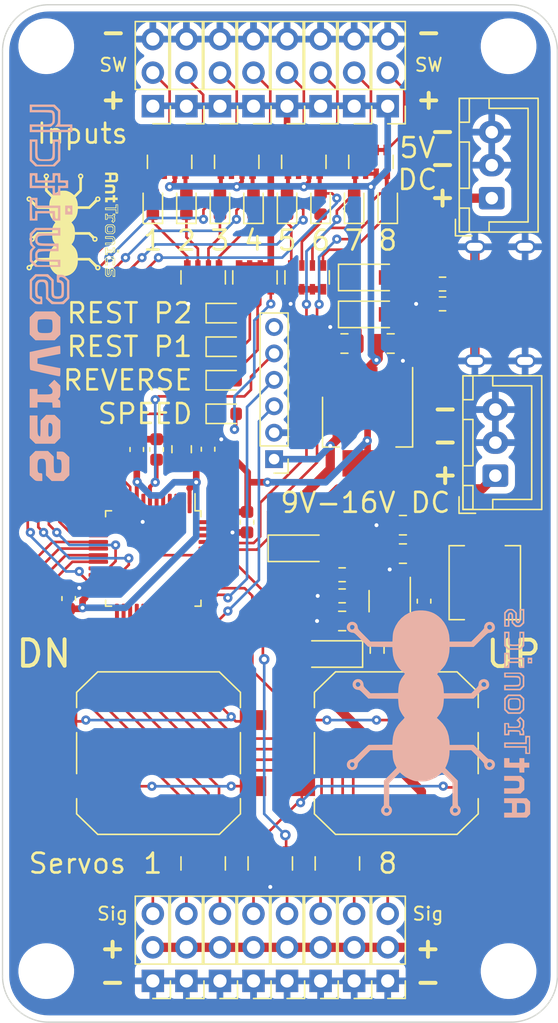
<source format=kicad_pcb>
(kicad_pcb (version 20211014) (generator pcbnew)
  (layers (0 "F.Cu" signal) (31 "B.Cu" signal) (34 "B.Paste" user) (35 "F.Paste" user) (36 "B.SilkS" user "B.Silkscreen") (37 "F.SilkS" user "F.Silkscreen") (38 "B.Mask" user) (39 "F.Mask" user) (44 "Edge.Cuts" user))
  (net 0 "")
  (net 1 "+3V3")
  (net 2 "GND")
  (net 3 "/NRST")
  (net 13 "/SWDIO")
  (net 16 "/SWCLK")
  (net 21 "+5V")
  (net 22 "/LED_DIR")
  (net 23 "/LED_SPD")
  (net 24 "Net-(D3-Pad2)")
  (net 25 "Net-(J7-Pad3)")
  (net 26 "Net-(J9-Pad3)")
  (net 27 "Net-(J13-Pad3)")
  (net 28 "Net-(D1-Pad2)")
  (net 29 "Net-(D4-Pad2)")
  (net 30 "Net-(RN1-Pad1)")
  (net 31 "/SW_UP")
  (net 32 "/SW_DN")
  (net 33 "Net-(RN1-Pad4)")
  (net 34 "Net-(D9-Pad1)")
  (net 35 "Net-(D10-Pad1)")
  (net 36 "Net-(D11-Pad1)")
  (net 37 "Net-(D12-Pad1)")
  (net 38 "Net-(J11-Pad3)")
  (net 39 "Net-(J15-Pad3)")
  (net 40 "/VBUS")
  (net 41 "Net-(J17-Pad3)")
  (net 42 "+VDC")
  (net 43 "/Servo5")
  (net 44 "/Servo6")
  (net 45 "/Servo7")
  (net 46 "/Servo8")
  (net 47 "/Servo1")
  (net 48 "/Servo2")
  (net 49 "/Servo3")
  (net 50 "/Servo4")
  (net 52 "Net-(RN1-Pad3)")
  (net 53 "/SW1")
  (net 54 "/SW2")
  (net 55 "Net-(J6-Pad2)")
  (net 56 "Net-(J8-Pad2)")
  (net 57 "Net-(J10-Pad2)")
  (net 58 "Net-(J12-Pad2)")
  (net 59 "Net-(J14-Pad2)")
  (net 60 "Net-(J16-Pad2)")
  (net 61 "/SW7")
  (net 62 "/SW8")
  (net 63 "/SW4")
  (net 64 "/SW3")
  (net 65 "/SW5")
  (net 66 "/SW6")
  (net 67 "/LED_CCW")
  (net 68 "/LED_CW")
  (net 69 "/boot")
  (net 70 "/sw")
  (net 71 "/fb")
  (net 72 "/vout")
  (net 73 "Net-(D5-Pad2)")
  (net 74 "Net-(D6-Pad2)")
  (net 75 "Net-(D7-Pad2)")
  (net 76 "Net-(D13-Pad1)")
  (net 77 "Net-(D14-Pad1)")
  (net 78 "Net-(D15-Pad1)")
  (net 79 "Net-(D16-Pad1)")
  (net 80 "Net-(J4-PadA5)")
  (net 81 "Net-(J4-PadB5)")
  (net 82 "Net-(J18-Pad2)")
  (net 83 "Net-(J19-Pad3)")
  (net 84 "Net-(J20-Pad2)")
  (net 85 "Net-(J21-Pad3)")
  (net 86 "Net-(R3-Pad2)")
  (footprint "Connector_PinHeader_2.54mm:PinHeader_1x03_P2.54mm_Vertical" (layer "F.Cu") (at 195.58 119.38 180)
    (fp_text reference "J15" hide)
    (fp_text value "ServoOut" hide)
  )
  (footprint "Resistor_SMD:R_Array_Convex_4x0603" (layer "F.Cu") (at 186.69 110.49 -90)
    (fp_text reference "RN5" hide)
    (fp_text value "1k" hide)
  )
  (footprint "Package_QFP:LQFP-48_7x7mm_P0.5mm" (layer "F.Cu") (at 182.913475 87.409477 -90)
    (fp_text reference "U1" hide)
    (fp_text value "STM32F030C8T6TR" hide)
  )
  (footprint "Connector_PinHeader_2.54mm:PinHeader_1x03_P2.54mm_Vertical" (layer "F.Cu") (at 198.12 119.38 180)
    (fp_text reference "J19" hide)
    (fp_text value "ServoOut" hide)
  )
  (footprint "Capacitor_SMD:C_0805_2012Metric" (layer "F.Cu") (at 201.81 87.04 180)
    (fp_text reference "C12" hide)
    (fp_text value "22u" hide)
  )
  (footprint "Resistor_SMD:R_Array_Convex_4x0603" (layer "F.Cu") (at 191.77 110.49 -90)
    (fp_text reference "RN1" hide)
    (fp_text value "1k" hide)
  )
  (footprint "LED_SMD:LED_0603_1608Metric" (layer "F.Cu") (at 188.3975 76.46)
    (fp_text reference "D6" hide)
    (fp_text value "LED_Green" hide)
  )
  (footprint "LED_SMD:LED_0603_1608Metric" (layer "F.Cu") (at 187.96 60.565 90)
    (fp_text reference "D16" hide)
    (fp_text value "LED_Green" hide)
  )
  (footprint "Resistor_SMD:R_Array_Convex_4x0603" (layer "F.Cu") (at 194.56 66.134 -90)
    (fp_text reference "RN7" hide)
    (fp_text value "10k" hide)
  )
  (footprint "Inductor_SMD:L_Sunlord_MWSA0518_5.4x5.2mm" (layer "F.Cu") (at 208.01 89.24 90)
    (fp_text reference "L1" hide)
    (fp_text value "4.7uH" hide)
  )
  (footprint "LED_SMD:LED_0603_1608Metric" (layer "F.Cu") (at 200.66 60.565 90)
    (fp_text reference "D11" hide)
    (fp_text value "LED_Green" hide)
  )
  (footprint "Capacitor_SMD:C_0805_2012Metric" (layer "F.Cu") (at 197.21 92.14 180)
    (fp_text reference "C7" hide)
    (fp_text value "22u" hide)
  )
  (footprint "Diode_SMD:D_SOD-123F" (layer "F.Cu") (at 196.56 94.64 180)
    (fp_text reference "D1" hide)
    (fp_text value "HXY MOSFET K24" hide)
  )
  (footprint "Resistor_SMD:R_0603_1608Metric" (layer "F.Cu") (at 204.81 66.64)
    (fp_text reference "R2" hide)
    (fp_text value "5k1" hide)
  )
  (footprint "Connector_PinHeader_2.54mm:PinHeader_1x03_P2.54mm_Vertical" (layer "F.Cu") (at 182.88 53.18 180)
    (fp_text reference "J8" hide)
    (fp_text value "ServoInputSW" hide)
  )
  (footprint "LED_SMD:LED_0603_1608Metric" (layer "F.Cu") (at 195.58 60.565 90)
    (fp_text reference "D13" hide)
    (fp_text value "LED_Green" hide)
  )
  (footprint "LOGO" (layer "F.Cu") (at 176.81 62.14 -90)
    (fp_text reference "G***" hide)
    (fp_text value "LOGO" hide)
  )
  (footprint "Diode_SMD:D_SOD-123F" (layer "F.Cu") (at 199.136 66.14)
    (fp_text reference "D7" hide)
    (fp_text value "HXY MOSFET K24" hide)
  )
  (footprint "Resistor_SMD:R_0603_1608Metric" (layer "F.Cu") (at 204.81 68.14 180)
    (fp_text reference "R1" hide)
    (fp_text value "5k1" hide)
  )
  (footprint "LED_SMD:LED_0603_1608Metric" (layer "F.Cu") (at 188.3975 71.38)
    (fp_text reference "D4" hide)
    (fp_text value "LED_Green" hide)
  )
  (footprint "Capacitor_SMD:C_0603_1608Metric" (layer "F.Cu") (at 176.51 90.44 90)
    (fp_text reference "C4" hide)
    (fp_text value "100n" hide)
  )
  (footprint "Connector_PinHeader_2.54mm:PinHeader_1x03_P2.54mm_Vertical" (layer "F.Cu") (at 193.04 53.18 180)
    (fp_text reference "J12" hide)
    (fp_text value "ServoInputSW" hide)
  )
  (footprint "Capacitor_SMD:C_0603_1608Metric" (layer "F.Cu") (at 187.06 79.14 90)
    (fp_text reference "C5" hide)
    (fp_text value "100n" hide)
  )
  (footprint "Resistor_SMD:R_0603_1608Metric" (layer "F.Cu") (at 199.86 94.34 90)
    (fp_text reference "R3" hide)
    (fp_text value "200k" hide)
  )
  (footprint "Connector_PinHeader_2.54mm:PinHeader_1x03_P2.54mm_Vertical" (layer "F.Cu") (at 198.12 53.18 180)
    (fp_text reference "J18" hide)
    (fp_text value "ServoInputSW" hide)
  )
  (footprint "Connector_PinHeader_2.54mm:PinHeader_1x03_P2.54mm_Vertical" (layer "F.Cu") (at 185.42 53.18 180)
    (fp_text reference "J6" hide)
    (fp_text value "ServoInputSW" hide)
  )
  (footprint "Connector_PinHeader_2.54mm:PinHeader_1x03_P2.54mm_Vertical" (layer "F.Cu") (at 187.96 119.38 180)
    (fp_text reference "J21" hide)
    (fp_text value "ServoOut" hide)
  )
  (footprint "ant:SW_Push_1P1T_NO_CK_PTS125Sx43PSMTR" (layer "F.Cu") (at 183.31 102.14)
    (fp_text reference "SW2" hide)
    (fp_text value "Push Button NO 12mm SMD" hide)
  )
  (footprint "Resistor_SMD:R_Array_Convex_4x0603" (layer "F.Cu") (at 199.39 57.39 -90)
    (fp_text reference "RN6" hide)
    (fp_text value "1k" hide)
  )
  (footprint "Resistor_SMD:R_Array_Convex_4x0603" (layer "F.Cu") (at 186.69 66.134 -90)
    (fp_text reference "RN4" hide)
    (fp_text value "10k" hide)
  )
  (footprint "LED_SMD:LED_0603_1608Metric" (layer "F.Cu") (at 182.88 60.565 90)
    (fp_text reference "D10" hide)
    (fp_text value "LED_Green" hide)
  )
  (footprint "Resistor_SMD:R_Array_Convex_4x0603" (layer "F.Cu") (at 194.31 57.39 -90)
    (fp_text reference "RN9" hide)
    (fp_text value "1k" hide)
  )
  (footprint "Diode_SMD:D_SOD-123F" (layer "F.Cu") (at 193.81 86.64)
    (fp_text reference "D8" hide)
    (fp_text value "HXY MOSFET K24" hide)
  )
  (footprint "LED_SMD:LED_0603_1608Metric" (layer "F.Cu") (at 193.04 60.565 90)
    (fp_text reference "D12" hide)
    (fp_text value "LED_Green" hide)
  )
  (footprint "LED_SMD:LED_0603_1608Metric" (layer "F.Cu") (at 188.3975 68.84)
    (fp_text reference "D3" hide)
    (fp_text value "LED_Green" hide)
  )
  (footprint "ant:SW_Push_1P1T_NO_CK_PTS125Sx43PSMTR" (layer "F.Cu") (at 201.31 102.14)
    (fp_text reference "SW1" hide)
    (fp_text value "Push Button NO 12mm SMD" hide)
  )
  (footprint "Connector_PinHeader_2.54mm:PinHeader_1x03_P2.54mm_Vertical" (layer "F.Cu") (at 193.04 119.38 180)
    (fp_text reference "J13" hide)
    (fp_text value "ServoOut" hide)
  )
  (footprint "Capacitor_SMD:C_0603_1608Metric" (layer "F.Cu") (at 181.663475 79.159477 90)
    (fp_text reference "C2" hide)
    (fp_text value "100n" hide)
  )
  (footprint "MountingHole:MountingHole_3.2mm_M3" (layer "F.Cu") (at 209.81 48.64 180)
    (fp_text reference "H2" hide)
    (fp_text value "MountingHole" hide)
  )
  (footprint "Resistor_SMD:R_Array_Convex_4x0603" (layer "F.Cu") (at 189.23 57.39 -90)
    (fp_text reference "RN10" hide)
    (fp_text value "1k" hide)
  )
  (footprint "MountingHole:MountingHole_3.2mm_M3" (layer "F.Cu") (at 209.81 118.64 180)
    (fp_text reference "H1" hide)
    (fp_text value "MountingHole" hide)
  )
  (footprint "Capacitor_SMD:C_0603_1608Metric" (layer "F.Cu") (at 183.163475 79.159477 90)
    (fp_text reference "C3" hide)
    (fp_text value "100n" hide)
  )
  (footprint "Capacitor_SMD:C_0805_2012Metric" (layer "F.Cu") (at 201.81 84.89 180)
    (fp_text reference "C10" hide)
    (fp_text value "22u" hide)
  )
  (footprint "Connector_PinHeader_2.54mm:PinHeader_1x03_P2.54mm_Vertical" (layer "F.Cu") (at 185.42 119.38 180)
    (fp_text reference "J7" hide)
    (fp_text value "ServoOut" hide)
  )
  (footprint "Capacitor_SMD:C_0603_1608Metric" (layer "F.Cu") (at 190.01 84.659477 -90)
    (fp_text reference "C6" hide)
    (fp_text value "100n" hide)
  )
  (footprint "Connector_PinHeader_2.00mm:PinHeader_1x06_P2.00mm_Vertical" (layer "F.Cu") (at 192.06 79.89 180)
    (fp_text reference "J1" hide)
    (fp_text value "Conn_01x06_Male")
  )
  (footprint "Package_TO_SOT_SMD:SOT-23-6" (layer "F.Cu") (at 200.81 90.64 -90)
    (fp_text reference "U2" hide)
    (fp_text value "EA8212FT6R" hide)
  )
  (footprint "LED_SMD:LED_0603_1608Metric" (layer "F.Cu") (at 198.12 60.565 90)
    (fp_text reference "D15" hide)
    (fp_text value "LED_Green" hide)
  )
  (footprint "LED_SMD:LED_0603_1608Metric" (layer "F.Cu") (at 185.42 60.565 90)
    (fp_text reference "D9" hide)
    (fp_text value "LED_Green" hide)
  )
  (footprint "Diode_SMD:D_SOD-123F" (layer "F.Cu") (at 199.136 68.934)
    (fp_text reference "D2" hide)
    (fp_text value "HXY MOSFET K24" hide)
  )
  (footprint "LED_SMD:LED_0603_1608Metric" (layer "F.Cu") (at 190.5 60.565 90)
    (fp_text reference "D14" hide)
    (fp_text value "LED_Green" hide)
  )
  (footprint "Resistor_SMD:R_Array_Convex_4x0603" (layer "F.Cu") (at 196.85 110.49 -90)
    (fp_text reference "RN8" hide)
    (fp_text value "1k" hide)
  )
  (footprint "Connector_JST:JST_XH_B3B-XH-A_1x03_P2.50mm_Vertical" (layer "F.Cu") (at 208.535 60.14 90)
    (fp_text reference "J5" hide)
    (fp_text value "5V IN" hide)
  )
  (footprint "Capacitor_SMD:C_0603_1608Metric" (layer "F.Cu") (at 203.41 90.64 -90)
    (fp_text reference "C8" hide)
    (fp_text value "100n" hide)
  )
  (footprint "Capacitor_SMD:C_0805_2012Metric" (layer "F.Cu") (at 197.386 71.14 180)
    (fp_text reference "C9" hide)
    (fp_text value "22u" hide)
  )
  (footprint "Resistor_SMD:R_Array_Convex_4x0603" (layer "F.Cu") (at 190.61 66.134 -90)
    (fp_text reference "RN2" hide)
    (fp_text value "10k" hide)
  )
  (footprint "Resistor_SMD:R_Array_Convex_4x0603" (layer "F.Cu") (at 184.15 57.39 -90)
    (fp_text reference "RN3" hide)
    (fp_text value "1k" hide)
  )
  (footprint "Connector_PinHeader_2.54mm:PinHeader_1x03_P2.54mm_Vertical" (layer "F.Cu") (at 195.58 53.18 180)
    (fp_text reference "J14" hide)
    (fp_text value "ServoInputSW" hide)
  )
  (footprint "Connector_PinHeader_2.54mm:PinHeader_1x03_P2.54mm_Vertical" (layer "F.Cu") (at 200.66 53.18 180)
    (fp_text reference "J10" hide)
    (fp_text value "ServoInputSW" hide)
  )
  (footprint "Connector_PinHeader_2.54mm:PinHeader_1x03_P2.54mm_Vertical" (layer "F.Cu") (at 200.66 119.38 180)
    (fp_text reference "J11" hide)
    (fp_text value "ServoOut" hide)
  )
  (footprint "MountingHole:MountingHole_3.2mm_M3" (layer "F.Cu") (at 174.81 118.64 180)
    (fp_text reference "H3" hide)
    (fp_text value "MountingHole" hide)
  )
  (footprint "Package_TO_SOT_SMD:SOT-223-3_TabPin2" (layer "F.Cu") (at 199.136 77.062 -90)
    (fp_text reference "U3" hide)
    (fp_text value "AMS1117-3.3" hide)
  )
  (footprint "Resistor_SMD:R_0603_1608Metric" (layer "F.Cu") (at 197.21 90.24 180)
    (fp_text reference "R5" hide)
    (fp_text value "27k" hide)
  )
  (footprint "Capacitor_SMD:C_0805_2012Metric" (layer "F.Cu") (at 185.06 79.14 90)
    (fp_text reference "C1" hide)
    (fp_text value "22u" hide)
  )
  (footprint "Connector_PinHeader_2.54mm:PinHeader_1x03_P2.54mm_Vertical" (layer "F.Cu") (at 190.5 119.38 180)
    (fp_text reference "J17" hide)
    (fp_text value "ServoOut" hide)
  )
  (footprint "Connector_PinHeader_2.54mm:PinHeader_1x03_P2.54mm_Vertical" (layer "F.Cu") (at 187.96 53.18 180)
    (fp_text reference "J20" hide)
    (fp_text value "ServoInputSW" hide)
  )
  (footprint "Resistor_SMD:R_0603_1608Metric" (layer "F.Cu") (at 197.21 88.64)
    (fp_text reference "R4" hide)
    (fp_text value "200k" hide)
  )
  (footprint "Connector_JST:JST_XH_B3B-XH-A_1x03_P2.50mm_Vertical" (layer "F.Cu") (at 208.81 81.14 90)
    (fp_text reference "J3" hide)
    (fp_text value "6V-15V IN" hide)
  )
  (footprint "USB-C-Power-tester:TYPE-C-31-M-17" (layer "F.Cu") (at 211.06 68.14 90)
    (fp_text reference "J4" hide)
    (fp_text value "USB_C_Receptacle_USB2.0" hide)
  )
  (footprint "Connector_PinHeader_2.54mm:PinHeader_1x03_P2.54mm_Vertical" (layer "F.Cu") (at 182.88 119.38 180)
    (fp_text reference "J9" hide)
    (fp_text value "ServoOut" hide)
  )
  (footprint "MountingHole:MountingHole_3.2mm_M3" (layer "F.Cu") (at 174.81 48.64 180)
    (fp_text reference "H4" hide)
    (fp_text value "MountingHole" hide)
  )
  (footprint "Connector_PinHeader_2.54mm:PinHeader_1x03_P2.54mm_Vertical" (layer "F.Cu") (at 190.5 53.18 180)
    (fp_text reference "J16" hide)
    (fp_text value "ServoInputSW" hide)
  )
  (footprint "Capacitor_SMD:C_0805_2012Metric" (layer "F.Cu") (at 200.886 71.14)
    (fp_text reference "C13" hide)
    (fp_text value "22u" hide)
  )
  (footprint "LED_SMD:LED_0603_1608Metric" (layer "F.Cu") (at 188.3975 73.92)
    (fp_text reference "D5" hide)
    (fp_text value "LED_Green" hide)
  )
  (footprint "LOGO" (layer "B.Cu") (at 175.06 67.39 90)
    (fp_text reference "G***" hide)
    (fp_text value "LOGO" hide)
  )
  (footprint "LOGO" (layer "B.Cu") (at 204.56 99.14 90)
    (fp_text reference "G***" hide)
    (fp_text value "LOGO" hide)
  )
  (gr_arc (start 171.5 49) (mid 172.525126 46.525126) (end 175 45.5) (layer "Edge.Cuts") (width 0.1))
  (gr_arc (start 175 122.5) (mid 172.525126 121.474874) (end 171.5 119) (layer "Edge.Cuts") (width 0.1))
  (gr_line (start 175 45.5) (end 210 45.5) (layer "Edge.Cuts") (width 0.1))
  (gr_line (start 213.5 49) (end 213.5 119) (layer "Edge.Cuts") (width 0.1))
  (gr_line (start 210 122.5) (end 175 122.5) (layer "Edge.Cuts") (width 0.1))
  (gr_arc (start 213.5 119) (mid 212.474874 121.474874) (end 210 122.5) (layer "Edge.Cuts") (width 0.1))
  (gr_line (start 171.5 119) (end 171.5 49) (layer "Edge.Cuts") (width 0.1))
  (gr_arc (start 210 45.5) (mid 212.474874 46.525126) (end 213.5 49) (layer "Edge.Cuts") (width 0.1))
  (gr_text "+" (at 203.762 52.846 180) (layer "F.SilkS") (effects (font (size 1.5 1.5) (thickness 0.3))))
  (gr_text "3" (at 187.96 63.34) (layer "F.SilkS") (effects (font (size 1.5 1.5) (thickness 0.2))))
  (gr_text "5V\nDC\n" (at 202.91 57.54) (layer "F.SilkS") (effects (font (size 1.5 1.5) (thickness 0.2))))
  (gr_text "8" (at 200.66 63.34) (layer "F.SilkS") (effects (font (size 1.5 1.5) (thickness 0.2))))
  (gr_text "REVERSE" (at 186 73.92) (layer "F.SilkS") (effects (font (size 1.5 1.5) (thickness 0.2)) (justify right)))
  (gr_text "-" (at 179.886 47.766 180) (layer "F.SilkS") (effects (font (size 1.5 1.5) (thickness 0.3))))
  (gr_text "+" (at 179.886 52.846 180) (layer "F.SilkS") (effects (font (size 1.5 1.5) (thickness 0.3))))
  (gr_text "Sig" (at 179.832 114.3) (layer "F.SilkS") (effects (font (size 1 1))))
  (gr_text "6" (at 195.58 63.34) (layer "F.SilkS") (effects (font (size 1.5 1.5) (thickness 0.2))))
  (gr_text "4" (at 190.5 63.34) (layer "F.SilkS") (effects (font (size 1.5 1.5) (thickness 0.2))))
  (gr_text "-" (at 205.01 76.24 180) (layer "F.SilkS") (effects (font (size 1.5 1.5) (thickness 0.3))))
  (gr_text "-" (at 179.832 119.634 180) (layer "F.SilkS") (effects (font (size 1.5 1.5) (thickness 0.3))))
  (gr_text "DN" (at 174.625 94.615) (layer "F.SilkS") (effects (font (size 2 2) (thickness 0.3))))
  (gr_text "-" (at 203.762 47.766 180) (layer "F.SilkS") (effects (font (size 1.5 1.5) (thickness 0.3))))
  (gr_text "Sig" (at 203.708 114.3) (layer "F.SilkS") (effects (font (size 1 1))))
  (gr_text "SW" (at 179.886 50.052) (layer "F.SilkS") (effects (font (size 1 1))))
  (gr_text "8" (at 200.66 110.49) (layer "F.SilkS") (effects (font (size 1.5 1.5) (thickness 0.2))))
  (gr_text "-" (at 205.01 78.74 180) (layer "F.SilkS") (effects (font (size 1.5 1.5) (thickness 0.3))))
  (gr_text "1" (at 182.88 110.49) (layer "F.SilkS") (effects (font (size 1.5 1.5) (thickness 0.2))))
  (gr_text "UP" (at 210.185 94.64) (layer "F.SilkS") (effects (font (size 2 2) (thickness 0.3))))
  (gr_text "-" (at 204.81 55.24 180) (layer "F.SilkS") (effects (font (size 1.5 1.5) (thickness 0.3))))
  (gr_text "2" (at 185.42 63.34) (layer "F.SilkS") (effects (font (size 1.5 1.5) (thickness 0.2))))
  (gr_text "+" (at 179.832 117.094 180) (layer "F.SilkS") (effects (font (size 1.5 1.5) (thickness 0.3))))
  (gr_text "SPEED" (at 186 76.46) (layer "F.SilkS") (effects (font (size 1.5 1.5) (thickness 0.2)) (justify right)))
  (gr_text "Inputs" (at 173.99 55.245) (layer "F.SilkS") (effects (font (size 1.5 1.5) (thickness 0.2)) (justify left)))
  (gr_text "REST P2" (at 186 68.84) (layer "F.SilkS") (effects (font (size 1.5 1.5) (thickness 0.2)) (justify right)))
  (gr_text "5" (at 193.04 63.34) (layer "F.SilkS") (effects (font (size 1.5 1.5) (thickness 0.2))))
  (gr_text "SW" (at 203.762 50.052) (layer "F.SilkS") (effects (font (size 1 1))))
  (gr_text "7" (at 198.12 63.34) (layer "F.SilkS") (effects (font (size 1.5 1.5) (thickness 0.2))))
  (gr_text "-" (at 203.708 119.634 180) (layer "F.SilkS") (effects (font (size 1.5 1.5) (thickness 0.3))))
  (gr_text "+" (at 204.81 60.24 180) (layer "F.SilkS") (effects (font (size 1.5 1.5) (thickness 0.3))))
  (gr_text "1" (at 182.88 63.34) (layer "F.SilkS") (effects (font (size 1.5 1.5) (thickness 0.2))))
  (gr_text "Servos" (at 173.355 110.49) (layer "F.SilkS") (effects (font (size 1.5 1.5) (thickness 0.2)) (justify left)))
  (gr_text "-" (at 204.81 57.74 180) (layer "F.SilkS") (effects (font (size 1.5 1.5) (thickness 0.3))))
  (gr_text "9V-16V DC" (at 192.405 83.185) (layer "F.SilkS") (effects (font (size 1.5 1.5) (thickness 0.2)) (justify left)))
  (gr_text "+" (at 205.01 81.24 180) (layer "F.SilkS") (effects (font (size 1.5 1.5) (thickness 0.3))))
  (gr_text "REST P1" (at 186 71.38) (layer "F.SilkS") (effects (font (size 1.5 1.5) (thickness 0.2)) (justify right)))
  (gr_text "+" (at 203.708 117.094 180) (layer "F.SilkS") (effects (font (size 1.5 1.5) (thickness 0.3))))
  (segment (start 183.75 58.29) (end 184.55 58.29) (width 0.3) (layer "F.Cu") (net 1))
  (segment (start 177.56 90.59) (end 177.76 90.39) (width 0.5) (layer "F.Cu") (net 1))
  (segment (start 184.55 58.876) (end 184.15 59.276) (width 0.3) (layer "F.Cu") (net 1))
  (segment (start 181.693829 81.618541) (end 181.67237 81.64) (width 0.5) (layer "F.Cu") (net 1))
  (segment (start 186.163475 81.64) (end 186.11 81.64) (width 0.5) (layer "F.Cu") (net 1))
  (segment (start 177.56 91.14) (end 177.56 90.59) (width 0.5) (layer "F.Cu") (net 1))
  (segment (start 190.06 81.89) (end 190.06 83.834477) (width 0.5) (layer "F.Cu") (net 1))
  (segment (start 177.56 91.14) (end 177.485 91.215) (width 0.5) (layer "F.Cu") (net 1))
  (segment (start 190.06 83.834477) (end 190.01 83.884477) (width 0.5) (layer "F.Cu") (net 1))
  (segment (start 187.06 79.915) (end 189.085 79.915) (width 0.5) (layer "F.Cu") (net 1))
  (segment (start 188.31 84.39) (end 188.81 83.89) (width 0.5) (layer "F.Cu") (net 1))
  (segment (start 181.663475 79.934477) (end 181.663475 81.588187) (width 0.5) (layer "F.Cu") (net 1))
  (segment (start 199.81 72.39) (end 199.136 73.064) (width 0.7) (layer "F.Cu") (net 1))
  (segment (start 181.67237 81.64) (end 181.663475 81.64) (width 0.5) (layer "F.Cu") (net 1))
  (segment (start 199.11 78.498) (end 199.136 78.472) (width 0.5) (layer "F.Cu") (net 1))
  (segment (start 193.04 53.18) (end 193.04 54.704) (width 0.5) (layer "F.Cu") (net 1))
  (segment (start 185.235 79.915) (end 185.06 80.09) (width 0.5) (layer "F.Cu") (net 1))
  (segment (start 191.56 81.64) (end 190.06 81.64) (width 0.5) (layer "F.Cu") (net 1))
  (segment (start 188.040523 84.659477) (end 187.075975 84.659477) (width 0.3) (layer "F.Cu") (net 1))
  (segment (start 189.085 79.915) (end 190.06 80.89) (width 0.5) (layer "F.Cu") (net 1))
  (segment (start 190.06 80.89) (end 190.06 81.64) (width 0.5) (layer "F.Cu") (net 1))
  (segment (start 187.06 79.915) (end 185.235 79.915) (width 0.5) (layer "F.Cu") (net 1))
  (segment (start 191.654 65.234) (end 189.41 65.234) (width 0.5) (layer "F.Cu") (net 1))
  (segment (start 193.04 54.704) (end 191.81 55.934) (width 0.5) (layer "F.Cu") (net 1))
  (segment (start 199.136 73.064) (end 199.136 73.912) (width 0.7) (layer "F.Cu") (net 1))
  (segment (start 178.750975 90.159477) (end 177.990523 90.159477) (width 0.3) (layer "F.Cu") (net 1))
  (segment (start 181.663475 81.588187) (end 181.693829 81.618541) (width 0.5) (layer "F.Cu") (net 1))
  (segment (start 188.81 83.89) (end 190.06 83.89) (width 0.5) (layer "F.Cu") (net 1))
  (segment (start 186.163475 79.934477) (end 186.163475 81.64) (width 0.5) (layer "F.Cu") (net 1))
  (segment (start 177.990523 90.159477) (end 177.76 90.39) (width 0.3) (layer "F.Cu") (net 1))
  (segment (start 186.163475 79.934477) (end 184.663475 79.934477) (width 0.5) (layer "F.Cu") (net 1))
  (segment (start 185.663475 83.246977) (end 185.663475 82.086525) (width 0.3) (layer "F.Cu") (net 1))
  (segment (start 184.55 58.29) (end 184.55 58.876) (width 0.3) (layer "F.Cu") (net 1))
  (segment (start 199.11 78.498) (end 199.136 78.524) (width 0.5) (layer "F.Cu") (net 1))
  (segment (start 189.63 58.876) (end 189.23 59.276) (width 0.3) (layer "F.Cu") (net 1))
  (segment (start 189.63 58.29) (end 188.83 58.29) (width 0.3) (layer "F.Cu") (net 1))
  (segment (start 199.79 58.29) (end 198.99 58.29) (width 0.3) (layer "F.Cu") (net 1))
  (segment (start 194.71 58.29) (end 194.71 58.876) (width 0.3) (layer "F.Cu") (net 1))
  (segment (start 199.136 78.472) (end 199.136 73.912) (width 0.5) (layer "F.Cu") (net 1))
  (segment (start 199.136 78.524) (end 199.136 80.212) (width 0.5) (layer "F.Cu") (net 1))
  (segment (start 199.79 58.29) (end 199.79 58.876) (width 0.3) (layer "F.Cu") (net 1))
  (segment (start 190.06 81.64) (end 190.06 81.79) (width 0.5) (layer "F.Cu") (net 1))
  (segment (start 199.79 58.876) (end 199.39 59.276) (width 0.3) (layer "F.Cu") (net 1))
  (segment (start 199.936 72.264) (end 199.936 71.14) (width 0.7) (layer "F.Cu") (net 1))
  (segment (start 188.81 83.89) (end 188.040523 84.659477) (width 0.3) (layer "F.Cu") (net 1))
  (segment (start 194.71 58.29) (end 193.91 58.29) (width 0.3) (layer "F.Cu") (net 1))
  (segment (start 186.11 81.64) (end 185.663475 82.086525) (width 0.5) (layer "F.Cu") (net 1))
  (segment (start 191.81 55.934) (end 191.81 65.078) (width 0.5) (layer "F.Cu") (net 1))
  (segment (start 181.663475 83.246977) (end 181.663475 81.64) (width 0.3) (layer "F.Cu") (net 1))
  (segment (start 177.485 91.215) (end 176.51 91.215) (width 0.5) (layer "F.Cu") (net 1))
  (segment (start 199.81 72.39) (end 199.936 72.264) (width 0.7) (layer "F.Cu") (net 1))
  (segment (start 194.71 58.876) (end 194.31 59.276) (width 0.3) (layer "F.Cu") (net 1))
  (segment (start 189.63 58.29) (end 189.63 58.876) (width 0.3) (layer "F.Cu") (net 1))
  (segment (start 191.81 65.078) (end 191.654 65.234) (width 0.5) (layer "F.Cu") (net 1))
  (via (at 199.81 72.39) (size 0.7) (drill 0.3) (layers "F.Cu" "B.Cu") (net 1))
  (via (at 189.23 59.276) (size 0.7) (drill 0.3) (layers "F.Cu" "B.Cu") (net 1))
  (via (at 194.31 59.276) (size 0.7) (drill 0.3) (layers "F.Cu" "B.Cu") (net 1))
  (via (at 177.56 91.14) (size 0.7) (drill 0.3) (layers "F.Cu" "B.Cu") (net 1))
  (via (at 191.56 81.64) (size 0.7) (drill 0.3) (layers "F.Cu" "B.Cu") (net 1))
  (via (at 199.39 59.276) (size 0.7) (drill 0.3) (layers "F.Cu" "B.Cu") (net 1))
  (via (at 186.163475 81.64) (size 0.7) (drill 0.3) (layers "F.Cu" "B.Cu") (net 1))
  (via (at 184.15 59.276) (size 0.7) (drill 0.3) (layers "F.Cu" "B.Cu") (net 1))
  (via (at 181.693829 81.618541) (size 0.7) (drill 0.3) (layers "F.Cu" "B.Cu") (net 1))
  (via (at 199.11 78.498) (size 0.7) (drill 0.3) (layers "F.Cu" "B.Cu") (net 1))
  (segment (start 200.66 53.148) (end 182.88 53.148) (width 0.5) (layer "B.Cu") (net 1))
  (segment (start 180.81 91.14) (end 186.163475 85.786525) (width 0.5) (layer "B.Cu") (net 1))
  (segment (start 177.56 91.14) (end 180.81 91.14) (width 0.5) (layer "B.Cu") (net 1))
  (segment (start 184.15 59.244) (end 199.39 59.244) (width 0.5) (layer "B.Cu") (net 1))
  (segment (start 199.81 72.39) (end 199.39 71.97) (width 0.5) (layer "B.Cu") (net 1))
  (segment (start 183.486738 82.64) (end 182.715288 82.64) (width 0.5) (layer "B.Cu") (net 1))
  (segment (start 195.968 81.64) (end 191.56 81.64) (width 0.5) (layer "B.Cu") (net 1))
  (segment (start 199.39 71.97) (end 199.39 59.244) (width 0.5) (layer "B.Cu") (net 1))
  (segment (start 186.163475 85.786525) (end 186.163475 81.64) (width 0.5) (layer "B.Cu") (net 1))
  (segment (start 199.39 59.244) (end 200.66 57.974) (width 0.5) (layer "B.Cu") (net 1))
  (segment (start 199.11 78.498) (end 195.968 81.64) (width 0.5) (layer "B.Cu") (net 1))
  (segment (start 184.486738 81.64) (end 183.486738 82.64) (width 0.5) (layer "B.Cu") (net 1))
  (segment (start 182.715288 82.64) (end 181.693829 81.618541) (width 0.5) (layer "B.Cu") (net 1))
  (segment (start 186.163475 81.64) (end 184.486738 81.64) (width 0.5) (layer "B.Cu") (net 1))
  (segment (start 200.66 57.974) (end 200.66 53.148) (width 0.5) (layer "B.Cu") (net 1))
  (segment (start 200.86 87.04) (end 200.86 84.89) (width 0.7) (layer "F.Cu") (net 2))
  (segment (start 201.81 73.538) (end 201.436 73.912) (width 0.7) (layer "F.Cu") (net 2))
  (segment (start 193.36 67.034) (end 195.76 67.034) (width 0.5) (layer "F.Cu") (net 2))
  (segment (start 177.285 89.665) (end 176.51 89.665) (width 0.5) (layer "F.Cu") (net 2))
  (segment (start 201.836 72.421) (end 201.836 71.14) (width 0.7) (layer "F.Cu") (net 2))
  (segment (start 200.81 89.5025) (end 200.81 88.69) (width 0.6) (layer "F.Cu") (net 2))
  (segment (start 188.06 78.39) (end 188.054477 78.384477) (width 0.5) (layer "F.Cu") (net 2))
  (segment (start 182.163475 84.586525) (end 182.163475 83.246977) (width 0.3) (layer "F.Cu") (net 2))
  (segment (start 195.36 90.24) (end 196.385 90.24) (width 0.7) (layer "F.Cu") (net 2))
  (segment (start 191.37 111.39) (end 191.37 111.868) (width 0.5) (layer "F.Cu") (net 2))
  (segment (start 203.985 68.14) (end 203.985 66.64) (width 0.6) (layer "F.Cu") (net 2))
  (segment (start 183.163475 78.384477) (end 181.663475 78.384477) (width 0.5) (layer "F.Cu") (net 2))
  (segment (start 188.629477 85.159477) (end 187.075975 85.159477) (width 0.3) (layer "F.Cu") (net 2))
  (segment (start 177.31 89.64) (end 177.285 89.665) (width 0.5) (layer "F.Cu") (net 2))
  (segment (start 192.97 111.39) (end 190.57 111.39) (width 0.5) (layer "F.Cu") (net 2))
  (segment (start 188.054477 78.384477) (end 181.663475 78.384477) (width 0.5) (layer "F.Cu") (net 2))
  (segment (start 185.49 68.07) (end 185.49 67.034) (width 0.5) (layer "F.Cu") (net 2))
  (segment (start 196.31 69.89) (end 196.436 70.016) (width 0.7) (layer "F.Cu") (net 2))
  (segment (start 195.31 92.14) (end 196.26 92.14) (width 0.7) (layer "F.Cu") (net 2))
  (segment (start 201.81 72.447) (end 201.81 73.538) (width 0.7) (layer "F.Cu") (net 2))
  (segment (start 203.985 68.14) (end 202.81 68.14) (width 0.6) (layer "F.Cu") (net 2))
  (segment (start 207.26 65.39) (end 207.26 63.82) (width 0.7) (layer "F.Cu") (net 2))
  (segment (start 200.81 87.09) (end 200.86 87.04) (width 0.7) (layer "F.Cu") (net 2))
  (segment (start 187.89 67.034) (end 185.49 67.034) (width 0.5) (layer "F.Cu") (net 2))
  (segment (start 190.004477 85.44) (end 190.01 85.434477) (width 0.5) (layer "F.Cu") (net 2))
  (segment (start 177.31 89.64) (end 177.51 89.64) (width 0.5) (layer "F.Cu") (net 2))
  (segment (start 200.81 88.69) (end 200.81 87.09) (width 0.7) (layer "F.Cu") (net 2))
  (segment (start 188.91 85.44) (end 190.004477 85.44) (width 0.5) (layer "F.Cu") (net 2))
  (segment (start 193.31 68.14) (end 193.36 68.09) (width 0.5) (layer "F.Cu") (net 2))
  (segment (start 196.436 70.016) (end 196.436 71.14) (width 0.7) (layer "F.Cu") (net 2))
  (segment (start 178.750975 89.659477) (end 177.529477 89.659477) (width 0.3) (layer "F.Cu") (net 2))
  (segment (start 177.51 89.64) (end 177.529477 89.659477) (width 0.5) (layer "F.Cu") (net 2))
  (segment (start 207.26 70.89) (end 207.26 72.46) (width 0.7) (layer "F.Cu") (net 2))
  (segment (start 201.81 72.447) (end 201.836 72.421) (width 0.7) (layer "F.Cu") (net 2))
  (segment (start 200.86 84.89) (end 199.81 84.89) (width 0.7) (layer "F.Cu") (net 2))
  (segment (start 188.91 85.44) (end 188.629477 85.159477) (width 0.3) (layer "F.Cu") (net 2))
  (segment (start 185.56 68.14) (end 185.49 68.07) (width 0.5) (layer "F.Cu") (net 2))
  (segment (start 193.36 68.09) (end 193.36 67.034) (width 0.5) (layer "F.Cu") (net 2))
  (segment (start 182.11 84.64) (end 182.163475 84.586525) (width 0.3) (layer "F.Cu") (net 2))
  (segment (start 191.37 111.868) (end 191.77 112.268) (width 0.5) (layer "F.Cu") (net 2))
  (via (at 191.77 112.268) (size 0.7) (drill 0.3) (layers "F.Cu" "B.Cu") (net 2))
  (via (at 199.81 84.89) (size 0.7) (drill 0.3) (layers "F.Cu" "B.Cu") (net 2))
  (via (at 188.06 78.39) (size 0.7) (drill 0.3) (layers "F.Cu" "B.Cu") (net 2))
  (via (at 188.91 85.44) (size 0.7) (drill 0.3) (layers "F.Cu" "B.Cu") (net 2))
  (via (at 182.11 84.64) (size 0.7) (drill 0.3) (layers "F.Cu" "B.Cu") (net 2))
  (via (at 185.56 68.14) (size 0.7) (drill 0.3) (layers "F.Cu" "B.Cu") (net 2))
  (via (at 193.31 68.14) (size 0.7) (drill 0.3) (layers "F.Cu" "B.Cu") (net 2))
  (via (at 177.31 89.64) (size 0.7) (drill 0.3) (layers "F.Cu" "B.Cu") (net 2))
  (via (at 195.31 92.14) (size 0.7) (drill 0.3) (layers "F.Cu" "B.Cu") (net 2))
  (via (at 200.81 88.24) (size 0.7) (drill 0.3) (layers "F.Cu" "B.Cu") (net 2))
  (via (at 201.81 72.447) (size 0.7) (drill 0.3) (layers "F.Cu" "B.Cu") (net 2))
  (via (at 195.36 90.24) (size 0.7) (drill 0.3) (layers "F.Cu" "B.Cu") (net 2))
  (via (at 196.31 69.89) (size 0.7) (drill 0.3) (layers "F.Cu" "B.Cu") (net 2))
  (via (at 202.81 68.14) (size 0.7) (drill 0.3) (layers "F.Cu" "B.Cu") (net 2))
  (segment (start 180.81 89.64) (end 182.11 88.34) (width 0.5) (layer "B.Cu") (net 2))
  (segment (start 182.11 88.34) (end 182.11 84.64) (width 0.5) (layer "B.Cu") (net 2))
  (segment (start 177.31 89.64) (end 180.81 89.64) (width 0.5) (layer "B.Cu") (net 2))
  (segment (start 183.163475 80.8405) (end 183.163475 81.486525) (width 0.3) (layer "F.Cu") (net 3))
  (segment (start 190.31 74.64) (end 190.31 73.64) (width 0.2) (layer "F.Cu") (net 3))
  (segment (start 183.163475 80.8405) (end 183.163475 79.934477) (width 0.3) (layer "F.Cu") (net 3))
  (segment (start 183.31 75.14) (end 189.81 75.14) (width 0.2) (layer "F.Cu") (net 3))
  (segment (start 189.81 75.14) (end 190.31 74.64) (width 0.2) (layer "F.Cu") (net 3))
  (segment (start 183.163475 81.486525) (end 182.663475 81.986525) (width 0.3) (layer "F.Cu") (net 3))
  (segment (start 190.31 73.64) (end 192.06 71.89) (width 0.2) (layer "F.Cu") (net 3))
  (segment (start 183.06 75.39) (end 183.31 75.14) (width 0.2) (layer "F.Cu") (net 3))
  (segment (start 182.663475 81.986525) (end 182.663475 83.246977) (width 0.3) (layer "F.Cu") (net 3))
  (segment (start 183.163475 80.793975) (end 183.163475 79.934477) (width 0.2) (layer "F.Cu") (net 3))
  (via (at 183.06 81.64) (size 0.7) (drill 0.3) (layers "F.Cu" "B.Cu") (net 3))
  (via (at 183.06 75.39) (size 0.7) (drill 0.3) (layers "F.Cu" "B.Cu") (net 3))
  (segment (start 183.06 81.64) (end 183.06 75.39) (width 0.2) (layer "B.Cu") (net 3))
  (segment (start 184.663475 91.571977) (end 184.663475 92.728469) (width 0.2) (layer "F.Cu") (net 13))
  (segment (start 184.825006 92.89) (end 187.06 92.89) (width 0.2) (layer "F.Cu") (net 13))
  (segment (start 184.663475 92.728469) (end 184.825006 92.89) (width 0.2) (layer "F.Cu") (net 13))
  (segment (start 187.06 92.89) (end 188.56 91.39) (width 0.2) (layer "F.Cu") (net 13))
  (via (at 188.56 91.39) (size 0.7) (drill 0.3) (layers "F.Cu" "B.Cu") (net 13))
  (segment (start 190.91 77.04) (end 192.06 75.89) (width 0.2) (layer "B.Cu") (net 13))
  (segment (start 190.91 89.04) (end 190.91 77.04) (width 0.2) (layer "B.Cu") (net 13))
  (segment (start 188.56 91.39) (end 190.91 89.04) (width 0.2) (layer "B.Cu") (net 13))
  (segment (start 188.329477 90.159477) (end 187.075975 90.159477) (width 0.2) (layer "F.Cu") (net 16))
  (segment (start 188.56 90.39) (end 188.329477 90.159477) (width 0.2) (layer "F.Cu") (net 16))
  (via (at 188.56 90.39) (size 0.7) (drill 0.3) (layers "F.Cu" "B.Cu") (net 16))
  (segment (start 190.01 75.94) (end 192.06 73.89) (width 0.2) (layer "B.Cu") (net 16))
  (segment (start 188.56 90.39) (end 190.01 88.94) (width 0.2) (layer "B.Cu") (net 16))
  (segment (start 190.01 88.94) (end 190.01 75.94) (width 0.2) (layer "B.Cu") (net 16))
  (segment (start 198.336 70.166) (end 197.736 69.566) (width 0.7) (layer "F.Cu") (net 21))
  (segment (start 202.438 116.84) (end 200.66 116.84) (width 0.7) (layer "F.Cu") (net 21))
  (segment (start 192.41 94.24) (end 203.21 105.04) (width 0.7) (layer "F.Cu") (net 21))
  (segment (start 197.736 69.566) (end 197.736 68.934) (width 0.7) (layer "F.Cu") (net 21))
  (segment (start 200.66 116.84) (end 182.88 116.84) (width 0.7) (layer "F.Cu") (net 21))
  (segment (start 192.41 84.54) (end 192.41 94.24) (width 0.7) (layer "F.Cu") (net 21))
  (segment (start 196.836 73.127) (end 198.336 71.627) (width 0.7) (layer "F.Cu") (net 21))
  (segment (start 196.836 73.912) (end 196.836 73.127) (width 0.7) (layer "F.Cu") (net 21))
  (segment (start 196.31 80.64) (end 192.41 84.54) (width 0.7) (layer "F.Cu") (net 21))
  (segment (start 196.31 78.89) (end 196.836 78.364) (width 0.7) (layer "F.Cu") (net 21))
  (segment (start 198.336 71.627) (end 198.336 71.14) (width 0.7) (layer "F.Cu") (net 21))
  (segment (start 196.31 80.64) (end 196.31 78.89) (width 0.7) (layer "F.Cu") (net 21))
  (segment (start 197.736 68.934) (end 197.736 66.14) (width 0.7) (layer "F.Cu") (net 21))
  (segment (start 198.336 71.14) (end 198.336 70.166) (width 0.7) (layer "F.Cu") (net 21))
  (segment (start 203.21 116.068) (end 202.438 116.84) (width 0.7) (layer "F.Cu") (net 21))
  (segment (start 203.21 105.04) (end 203.21 116.068) (width 0.7) (layer "F.Cu") (net 21))
  (segment (start 196.836 78.364) (end 196.836 73.912) (width 0.7) (layer "F.Cu") (net 21))
  (via (at 196.31 78.89) (size 0.7) (drill 0.3) (layers "F.Cu" "B.Cu") (net 21))
  (segment (start 196.31 78.89) (end 195.31 79.89) (width 0.5) (layer "B.Cu") (net 21))
  (segment (start 195.31 79.89) (end 192.06 79.89) (width 0.5) (layer "B.Cu") (net 21))
  (segment (start 180.663475 83.246977) (end 180.663475 82.243475) (width 0.2) (layer "F.Cu") (net 22))
  (segment (start 180.663475 82.243475) (end 179.81 81.39) (width 0.2) (layer "F.Cu") (net 22))
  (segment (start 182.33 73.92) (end 187.61 73.92) (width 0.2) (layer "F.Cu") (net 22))
  (segment (start 179.81 81.39) (end 179.81 76.44) (width 0.2) (layer "F.Cu") (net 22))
  (segment (start 179.81 76.44) (end 182.33 73.92) (width 0.2) (layer "F.Cu") (net 22))
  (segment (start 181.163475 83.246977) (end 181.163475 81.993475) (width 0.2) (layer "F.Cu") (net 23))
  (segment (start 180.61 78.04) (end 182.19 76.46) (width 0.2) (layer "F.Cu") (net 23))
  (segment (start 181.163475 81.993475) (end 180.61 81.44) (width 0.2) (layer "F.Cu") (net 23))
  (segment (start 180.61 81.44) (end 180.61 78.04) (width 0.2) (layer "F.Cu") (net 23))
  (segment (start 182.19 76.46) (end 187.61 76.46) (width 0.2) (layer "F.Cu") (net 23))
  (segment (start 189.185 67.813) (end 189.41 67.588) (width 0.2) (layer "F.Cu") (net 24))
  (segment (start 189.41 67.588) (end 189.41 67.034) (width 0.2) (layer "F.Cu") (net 24))
  (segment (start 189.185 68.84) (end 189.185 67.813) (width 0.2) (layer "F.Cu") (net 24))
  (segment (start 185.42 112.776) (end 185.42 114.3) (width 0.2) (layer "F.Cu") (net 25))
  (segment (start 186.29 111.906) (end 185.42 112.776) (width 0.2) (layer "F.Cu") (net 25))
  (segment (start 186.29 111.39) (end 186.29 111.906) (width 0.2) (layer "F.Cu") (net 25))
  (segment (start 182.88 112.776) (end 182.88 114.3) (width 0.2) (layer "F.Cu") (net 26))
  (segment (start 185.49 111.39) (end 184.266 111.39) (width 0.2) (layer "F.Cu") (net 26))
  (segment (start 184.266 111.39) (end 182.88 112.776) (width 0.2) (layer "F.Cu") (net 26))
  (segment (start 195.65 111.39) (end 194.426 111.39) (width 0.2) (layer "F.Cu") (net 27))
  (segment (start 194.426 111.39) (end 193.04 112.776) (width 0.2) (layer "F.Cu") (net 27))
  (segment (start 193.04 112.776) (end 193.04 114.3) (width 0.2) (layer "F.Cu") (net 27))
  (segment (start 193.81 85.24) (end 196.91 82.14) (width 0.7) (layer "F.Cu") (net 28))
  (segment (start 193.81 93.64) (end 193.81 85.24) (width 0.7) (layer "F.Cu") (net 28))
  (segment (start 207.81 82.14) (end 208.81 81.14) (width 0.7) (layer "F.Cu") (net 28))
  (segment (start 195.16 94.64) (end 194.81 94.64) (width 0.7) (layer "F.Cu") (net 28))
  (segment (start 194.81 94.64) (end 193.81 93.64) (width 0.7) (layer "F.Cu") (net 28))
  (segment (start 196.91 82.14) (end 207.81 82.14) (width 0.7) (layer "F.Cu") (net 28))
  (segment (start 189.67 71.38) (end 190.22202 70.82798) (width 0.2) (layer "F.Cu") (net 29))
  (segment (start 190.22202 67.04602) (end 190.21 67.034) (width 0.2) (layer "F.Cu") (net 29))
  (segment (start 190.22202 70.82798) (end 190.22202 67.04602) (width 0.2) (layer "F.Cu") (net 29))
  (segment (start 189.185 71.38) (end 189.67 71.38) (width 0.2) (layer "F.Cu") (net 29))
  (segment (start 191.31 95.04) (end 191.21 94.94) (width 0.2) (layer "F.Cu") (net 30))
  (segment (start 188.029477 86.659477) (end 187.075975 86.659477) (width 0.2) (layer "F.Cu") (net 30))
  (segment (start 192.97 109.59) (end 192.97 108.4) (width 0.2) (layer "F.Cu") (net 30))
  (segment (start 191.21 89.84) (end 188.029477 86.659477) (width 0.2) (layer "F.Cu") (net 30))
  (segment (start 191.21 94.94) (end 191.21 89.84) (width 0.2) (layer "F.Cu") (net 30))
  (segment (start 192.97 108.4) (end 192.91 108.34) (width 0.2) (layer "F.Cu") (net 30))
  (via (at 191.31 95.04) (size 0.8) (drill 0.4) (layers "F.Cu" "B.Cu") (net 30))
  (via (at 192.91 108.34) (size 0.8) (drill 0.4) (layers "F.Cu" "B.Cu") (net 30))
  (segment (start 191.31 106.74) (end 192.91 108.34) (width 0.2) (layer "B.Cu") (net 30))
  (segment (start 191.31 95.04) (end 191.31 106.74) (width 0.2) (layer "B.Cu") (net 30))
  (segment (start 190.41 95.89) (end 190.41 90.24) (width 0.2) (layer "F.Cu") (net 31))
  (segment (start 196.06 99.64) (end 194.16 99.64) (width 0.2) (layer "F.Cu") (net 31))
  (segment (start 194.16 99.64) (end 190.41 95.89) (width 0.2) (layer "F.Cu") (net 31))
  (segment (start 190.41 90.24) (end 189.829477 89.659477) (width 0.2) (layer "F.Cu") (net 31))
  (segment (start 199.81 99.64) (end 208.46 99.64) (width 0.2) (layer "F.Cu") (net 31))
  (segment (start 189.829477 89.659477) (end 187.075975 89.659477) (width 0.2) (layer "F.Cu") (net 31))
  (via (at 199.81 99.64) (size 0.7) (drill 0.3) (layers "F.Cu" "B.Cu") (net 31))
  (via (at 196.06 99.64) (size 0.7) (drill 0.3) (layers "F.Cu" "B.Cu") (net 31))
  (segment (start 196.06 99.64) (end 199.81 99.64) (width 0.2) (layer "B.Cu") (net 31))
  (segment (start 177.715 99.735) (end 175.73 99.735) (width 0.2) (layer "F.Cu") (net 32))
  (segment (start 185.06 93.69) (end 185.06 95.64) (width 0.2) (layer "F.Cu") (net 32))
  (segment (start 184.163475 91.571977) (end 184.163475 92.793475) (width 0.2) (layer "F.Cu") (net 32))
  (segment (start 189.155 99.735) (end 190.03 99.735) (width 0.2) (layer "F.Cu") (net 32))
  (segment (start 185.06 95.64) (end 189.155 99.735) (width 0.2) (layer "F.Cu") (net 32))
  (segment (start 177.81 99.64) (end 177.715 99.735) (width 0.2) (layer "F.Cu") (net 32))
  (segment (start 184.163475 92.793475) (end 185.06 93.69) (width 0.2) (layer "F.Cu") (net 32))
  (via (at 188.81 99.39) (size 0.7) (drill 0.3) (layers "F.Cu" "B.Cu") (net 32))
  (via (at 177.81 99.64) (size 0.7) (drill 0.3) (layers "F.Cu" "B.Cu") (net 32))
  (segment (start 188.56 99.64) (end 177.81 99.64) (width 0.2) (layer "B.Cu") (net 32))
  (segment (start 188.81 99.39) (end 188.56 99.64) (width 0.2) (layer "B.Cu") (net 32))
  (segment (start 188.81 104.64) (end 189.935 104.64) (width 0.2) (layer "F.Cu") (net 33))
  (segment (start 176.168 104.648) (end 176.16 104.64) (width 0.2) (layer "F.Cu") (net 33))
  (segment (start 182.81 104.648) (end 176.168 104.648) (width 0.2) (layer "F.Cu") (net 33))
  (segment (start 189.935 104.64) (end 190.57 105.275) (width 0.2) (layer "F.Cu") (net 33))
  (segment (start 190.57 105.275) (end 190.57 109.59) (width 0.2) (layer "F.Cu") (net 33))
  (via (at 188.81 104.64) (size 0.7) (drill 0.3) (layers "F.Cu" "B.Cu") (net 33))
  (via (at 182.81 104.648) (size 0.7) (drill 0.3) (layers "F.Cu" "B.Cu") (net 33))
  (segment (start 182.81 104.648) (end 188.802 104.648) (width 0.2) (layer "B.Cu") (net 33))
  (segment (start 188.802 104.648) (end 188.81 104.64) (width 0.2) (layer "B.Cu") (net 33))
  (segment (start 186.29 65.234) (end 186.29 63.956) (width 0.2) (layer "F.Cu") (net 34))
  (segment (start 185.42 63.086) (end 185.42 61.3525) (width 0.2) (layer "F.Cu") (net 34))
  (segment (start 186.29 63.956) (end 185.42 63.086) (width 0.2) (layer "F.Cu") (net 34))
  (segment (start 185.49 65.234) (end 185.49 64.553) (width 0.2) (layer "F.Cu") (net 35))
  (segment (start 182.88 61.943) (end 182.88 61.3525) (width 0.2) (layer "F.Cu") (net 35))
  (segment (start 185.49 64.553) (end 182.88 61.943) (width 0.2) (layer "F.Cu") (net 35))
  (segment (start 195.76 64.49) (end 196.21 64.04) (width 0.2) (layer "F.Cu") (net 36))
  (segment (start 200.66 61.408548) (end 200.66 61.3525) (width 0.2) (layer "F.Cu") (net 36))
  (segment (start 196.21 64.04) (end 198.028548 64.04) (width 0.2) (layer "F.Cu") (net 36))
  (segment (start 198.028548 64.04) (end 200.66 61.408548) (width 0.2) (layer "F.Cu") (net 36))
  (segment (start 195.76 65.234) (end 195.76 64.49) (width 0.2) (layer "F.Cu") (net 36))
  (segment (start 193.36 62.315) (end 193.04 61.995) (width 0.2) (layer "F.Cu") (net 37))
  (segment (start 193.04 61.995) (end 193.04 61.3525) (width 0.2) (layer "F.Cu") (net 37))
  (segment (start 193.36 65.234) (end 193.36 62.315) (width 0.2) (layer "F.Cu") (net 37))
  (segment (start 200.66 112.776) (end 200.66 114.3) (width 0.2) (layer "F.Cu") (net 38))
  (segment (start 199.274 111.39) (end 200.66 112.776) (width 0.2) (layer "F.Cu") (net 38))
  (segment (start 198.05 111.39) (end 199.274 111.39) (width 0.2) (layer "F.Cu") (net 38))
  (segment (start 196.45 111.39) (end 196.45 111.906) (width 0.2) (layer "F.Cu") (net 39))
  (segment (start 196.45 111.906) (end 195.58 112.776) (width 0.2) (layer "F.Cu") (net 39))
  (segment (start 195.58 112.776) (end 195.58 114.3) (width 0.2) (layer "F.Cu") (net 39))
  (segment (start 208.56 69.439022) (end 208.339022 69.66) (width 0.7) (layer "F.Cu") (net 40))
  (segment (start 200.536 68.934) (end 201.854 68.934) (width 0.7) (layer "F.Cu") (net 40))
  (segment (start 208.339022 69.66) (end 207.26 69.66) (width 0.7) (layer "F.Cu") (net 40))
  (segment (start 202.58 69.66) (end 207.26 69.66) (width 0.7) (layer "F.Cu") (net 40))
  (segment (start 208.339022 66.62) (end 208.56 66.840978) (width 0.7) (layer "F.Cu") (net 40))
  (segment (start 207.26 66.62) (end 208.339022 66.62) (width 0.7) (layer "F.Cu") (net 40))
  (segment (start 208.56 66.840978) (end 208.56 69.439022) (width 0.7) (layer "F.Cu") (net 40))
  (segment (start 201.854 68.934) (end 202.58 69.66) (width 0.7) (layer "F.Cu") (net 40))
  (segment (start 187.89 111.39) (end 189.0505 111.39) (width 0.2) (layer "F.Cu") (net 41))
  (segment (start 189.0505 111.39) (end 190.5 112.8395) (width 0.2) (layer "F.Cu") (net 41))
  (segment (start 190.5 112.8395) (end 190.5 114.3) (width 0.2) (layer "F.Cu") (net 41))
  (segment (start 198.16 94.44) (end 197.96 94.64) (width 0.7) (layer "F.Cu") (net 42))
  (segment (start 201.11 94.74) (end 200.685 95.165) (width 0.7) (layer "F.Cu") (net 42))
  (segment (start 200.81 91.7775) (end 200.81 92.59) (width 0.6) (layer "F.Cu") (net 42))
  (segment (start 200.81 92.59) (end 201.11 92.89) (width 0.6) (layer "F.Cu") (net 42))
  (segment (start 201.11 92.89) (end 201.11 94.74) (width 0.7) (layer "F.Cu") (net 42))
  (segment (start 198.16 92.14) (end 198.16 94.44) (width 0.7) (layer "F.Cu") (net 42))
  (segment (start 197.96 94.64) (end 198.485 95.165) (width 0.7) (layer "F.Cu") (net 42))
  (segment (start 200.685 95.165) (end 199.86 95.165) (width 0.7) (layer "F.Cu") (net 42))
  (segment (start 198.485 95.165) (end 199.86 95.165) (width 0.7) (layer "F.Cu") (net 42))
  (segment (start 187.86 103.44) (end 195.36 103.44) (width 0.2) (layer "F.Cu") (net 43))
  (segment (start 181.31 93.69) (end 181.31 96.89) (width 0.2) (layer "F.Cu") (net 43))
  (segment (start 182.163475 91.571977) (end 182.163475 92.836525) (width 0.2) (layer "F.Cu") (net 43))
  (segment (start 182.163475 92.836525) (end 181.31 93.69) (width 0.2) (layer "F.Cu") (net 43))
  (segment (start 181.31 96.89) (end 187.86 103.44) (width 0.2) (layer "F.Cu") (net 43))
  (segment (start 195.65 103.73) (end 195.65 109.59) (width 0.2) (layer "F.Cu") (net 43))
  (segment (start 195.36 103.44) (end 195.65 103.73) (width 0.2) (layer "F.Cu") (net 43))
  (segment (start 182.31 96.64) (end 188.31 102.64) (width 0.2) (layer "F.Cu") (net 44))
  (segment (start 182.663475 93.086525) (end 182.31 93.44) (width 0.2) (layer "F.Cu") (net 44))
  (segment (start 196.45 103.28) (end 196.45 109.59) (width 0.2) (layer "F.Cu") (net 44))
  (segment (start 182.31 93.44) (end 182.31 96.64) (width 0.2) (layer "F.Cu") (net 44))
  (segment (start 182.663475 91.571977) (end 182.663475 93.086525) (width 0.2) (layer "F.Cu") (net 44))
  (segment (start 188.31 102.64) (end 195.81 102.64) (width 0.2) (layer "F.Cu") (net 44))
  (segment (start 195.81 102.64) (end 196.45 103.28) (width 0.2) (layer "F.Cu") (net 44))
  (segment (start 183.163475 91.571977) (end 183.163475 96.243475) (width 0.2) (layer "F.Cu") (net 45))
  (segment (start 183.163475 96.243475) (end 188.76 101.84) (width 0.2) (layer "F.Cu") (net 45))
  (segment (start 188.76 101.84) (end 196.51 101.84) (width 0.2) (layer "F.Cu") (net 45))
  (segment (start 197.25 102.58) (end 197.25 109.59) (width 0.2) (layer "F.Cu") (net 45))
  (segment (start 196.51 101.84) (end 197.25 102.58) (width 0.2) (layer "F.Cu") (net 45))
  (segment (start 198.05 101.88) (end 198.05 109.59) (width 0.2) (layer "F.Cu") (net 46))
  (segment (start 183.663475 93.093475) (end 184.06 93.49) (width 0.2) (layer "F.Cu") (net 46))
  (segment (start 184.06 95.89) (end 189.21 101.04) (width 0.2) (layer "F.Cu") (net 46))
  (segment (start 184.06 93.49) (end 184.06 95.89) (width 0.2) (layer "F.Cu") (net 46))
  (segment (start 197.21 101.04) (end 198.05 101.88) (width 0.2) (layer "F.Cu") (net 46))
  (segment (start 183.663475 91.571977) (end 183.663475 93.093475) (width 0.2) (layer "F.Cu") (net 46))
  (segment (start 189.21 101.04) (end 197.21 101.04) (width 0.2) (layer "F.Cu") (net 46))
  (segment (start 185.49 109.59) (end 185.49 105.945) (width 0.2) (layer "F.Cu") (net 47))
  (segment (start 173.06 93.515) (end 173.06 88.39) (width 0.2) (layer "F.Cu") (net 47))
  (segment (start 173.06 88.39) (end 175.290523 86.159477) (width 0.2) (layer "F.Cu") (net 47))
  (segment (start 175.290523 86.159477) (end 178.750975 86.159477) (width 0.2) (layer "F.Cu") (net 47))
  (segment (start 185.49 105.945) (end 173.06 93.515) (width 0.2) (layer "F.Cu") (net 47))
  (segment (start 173.81 88.64) (end 175.790523 86.659477) (width 0.2) (layer "F.Cu") (net 48))
  (segment (start 186.29 109.59) (end 186.29 105.62) (width 0.2) (layer "F.Cu") (net 48))
  (segment (start 173.81 93.14) (end 173.81 88.64) (width 0.2) (layer "F.Cu") (net 48))
  (segment (start 186.29 105.62) (end 173.81 93.14) (width 0.2) (layer "F.Cu") (net 48))
  (segment (start 175.790523 86.659477) (end 178.750975 86.659477) (width 0.2) (layer "F.Cu") (net 48))
  (segment (start 187.09 105.17) (end 174.56 92.64) (width 0.2) (layer "F.Cu") (net 49))
  (segment (start 187.09 109.59) (end 187.09 105.17) (width 0.2) (layer "F.Cu") (net 49))
  (segment (start 174.56 88.89) (end 176.290523 87.159477) (width 0.2) (layer "F.Cu") (net 49))
  (segment (start 174.56 92.64) (end 174.56 88.89) (width 0.2) (layer "F.Cu") (net 49))
  (segment (start 176.290523 87.159477) (end 178.750975 87.159477) (width 0.2) (layer "F.Cu") (net 49))
  (segment (start 187.89 104.72) (end 187.89 109.59) (width 0.2) (layer "F.Cu") (net 50))
  (segment (start 175.31 92.14) (end 187.89 104.72) (width 0.2) (layer "F.Cu") (net 50))
  (segment (start 175.31 89.14) (end 175.31 92.14) (width 0.2) (layer "F.Cu") (net 50))
  (segment (start 178.750975 87.659477) (end 176.790523 87.659477) (width 0.2) (layer "F.Cu") (net 50))
  (segment (start 176.790523 87.659477) (end 175.31 89.14) (width 0.2) (layer "F.Cu") (net 50))
  (segment (start 204.8615 104.64) (end 204.9565 104.735) (width 0.2) (layer "F.Cu") (net 52))
  (segment (start 194.16 105.79) (end 194.06 105.89) (width 0.2) (layer "F.Cu") (net 52))
  (segment (start 191.37 108.38) (end 191.37 109.59) (width 0.2) (layer "F.Cu") (net 52))
  (segment (start 204.9565 104.735) (end 207.81 104.735) (width 0.2) (layer "F.Cu") (net 52))
  (segment (start 194.06 105.89) (end 193.86 105.89) (width 0.2) (layer "F.Cu") (net 52))
  (segment (start 194.16 104.64) (end 194.16 105.79) (width 0.2) (layer "F.Cu") (net 52))
  (segment (start 193.86 105.89) (end 191.37 108.38) (width 0.2) (layer "F.Cu") (net 52))
  (via (at 194.06 105.89) (size 0.7) (drill 0.3) (layers "F.Cu" "B.Cu") (net 52))
  (via (at 204.8615 104.64) (size 0.7) (drill 0.3) (layers "F.Cu" "B.Cu") (net 52))
  (segment (start 204.8615 104.64) (end 195.31 104.64) (width 0.2) (layer "B.Cu") (net 52))
  (segment (start 195.31 104.64) (end 194.06 105.89) (width 0.2) (layer "B.Cu") (net 52))
  (segment (start 173.61 85.44) (end 173.41 85.24) (width 0.2) (layer "F.Cu") (net 53))
  (segment (start 181.8705 59.7775) (end 182.88 59.7775) (width 0.2) (layer "F.Cu") (net 53))
  (segment (start 177.31 88.485653) (end 177.983824 89.159477) (width 0.2) (layer "F.Cu") (net 53))
  (segment (start 173.41 68.238) (end 181.8705 59.7775) (width 0.2) (layer "F.Cu") (net 53))
  (segment (start 182.95 59.7075) (end 182.88 59.7775) (width 0.3) (layer "F.Cu") (net 53))
  (segment (start 177.983824 89.159477) (end 178.750975 89.159477) (width 0.2) (layer "F.Cu") (net 53))
  (segment (start 173.41 85.24) (end 173.41 72.54) (width 0.2) (layer "F.Cu") (net 53))
  (segment (start 177.31 88.39) (end 177.31 88.485653) (width 0.2) (layer "F.Cu") (net 53))
  (segment (start 173.41 77.54) (end 173.41 68.238) (width 0.2) (layer "F.Cu") (net 53))
  (segment (start 182.95 58.29) (end 182.95 59.7075) (width 0.3) (layer "F.Cu") (net 53))
  (via (at 173.61 85.44) (size 0.7) (drill 0.3) (layers "F.Cu" "B.Cu") (net 53))
  (via (at 177.31 88.39) (size 0.7) (drill 0.3) (layers "F.Cu" "B.Cu") (net 53))
  (segment (start 173.61 85.69) (end 173.61 85.44) (width 0.2) (layer "B.Cu") (net 53))
  (segment (start 176.31 88.39) (end 173.61 85.69) (width 0.2) (layer "B.Cu") (net 53))
  (segment (start 177.31 88.39) (end 176.31 88.39) (width 0.2) (layer "B.Cu") (net 53))
  (segment (start 174.21 85.04) (end 174.21 73.005006) (width 0.2) (layer "F.Cu") (net 54))
  (segment (start 180.290523 88.659477) (end 178.750975 88.659477) (width 0.2) (layer "F.Cu") (net 54))
  (segment (start 184.6515 60.546) (end 185.42 59.7775) (width 0.2) (layer "F.Cu") (net 54))
  (segment (start 182.372 60.546) (end 184.6515 60.546) (width 0.2) (layer "F.Cu") (net 54))
  (segment (start 174.21 68.708) (end 182.372 60.546) (width 0.2) (layer "F.Cu") (net 54))
  (segment (start 174.61 85.44) (end 174.21 85.04) (width 0.2) (layer "F.Cu") (net 54))
  (segment (start 181.06 87.39) (end 181.06 87.89) (width 0.2) (layer "F.Cu") (net 54))
  (segment (start 185.35 59.7075) (end 185.42 59.7775) (width 0.3) (layer "F.Cu") (net 54))
  (segment (start 185.35 58.29) (end 185.35 59.7075) (width 0.3) (layer "F.Cu") (net 54))
  (segment (start 174.21 78.005006) (end 174.21 68.708) (width 0.2) (layer "F.Cu") (net 54))
  (segment (start 181.06 87.89) (end 180.290523 88.659477) (width 0.2) (layer "F.Cu") (net 54))
  (via (at 174.61 85.44) (size 0.7) (drill 0.3) (layers "F.Cu" "B.Cu") (net 54))
  (via (at 181.06 87.39) (size 0.7) (drill 0.3) (layers "F.Cu" "B.Cu") (net 54))
  (segment (start 176.56 87.39) (end 174.61 85.44) (width 0.2) (layer "B.Cu") (net 54))
  (segment (start 181.06 87.39) (end 176.56 87.39) (width 0.2) (layer "B.Cu") (net 54))
  (segment (start 185.42 51.04) (end 186.69 52.31) (width 0.2) (layer "F.Cu") (net 55))
  (segment (start 186.69 52.31) (end 186.69 54.45) (width 0.2) (layer "F.Cu") (net 55))
  (segment (start 184.55 56.49) (end 185.35 56.49) (width 0.3) (layer "F.Cu") (net 55))
  (segment (start 185.35 55.79) (end 185.35 56.49) (width 0.2) (layer "F.Cu") (net 55))
  (segment (start 186.69 54.45) (end 185.35 55.79) (width 0.2) (layer "F.Cu") (net 55))
  (segment (start 183.75 56.49) (end 182.95 56.49) (width 0.3) (layer "F.Cu") (net 56))
  (segment (start 184.15 55.4035) (end 183.75 55.8035) (width 0.2) (layer "F.Cu") (net 56))
  (segment (start 184.15 51.91) (end 184.15 55.4035) (width 0.2) (layer "F.Cu") (net 56))
  (segment (start 182.88 50.64) (end 184.15 51.91) (width 0.2) (layer "F.Cu") (net 56))
  (segment (start 183.75 55.8035) (end 183.75 56.49) (width 0.2) (layer "F.Cu") (net 56))
  (segment (start 199.79 56.49) (end 200.59 56.49) (width 0.3) (layer "F.Cu") (net 57))
  (segment (start 201.91 51.89) (end 201.91 55.17) (width 0.2) (layer "F.Cu") (net 57))
  (segment (start 201.91 55.17) (end 200.59 56.49) (width 0.2) (layer "F.Cu") (net 57))
  (segment (start 200.66 50.64) (end 201.91 51.89) (width 0.2) (layer "F.Cu") (net 57))
  (segment (start 194.31 51.91) (end 194.31 55.466) (width 0.2) (layer "F.Cu") (net 58))
  (segment (start 193.04 50.64) (end 194.31 51.91) (width 0.2) (layer "F.Cu") (net 58))
  (segment (start 193.91 56.49) (end 193.11 56.49) (width 0.3) (layer "F.Cu") (net 58))
  (segment (start 193.91 55.866) (end 193.91 56.49) (width 0.2) (layer "F.Cu") (net 58))
  (segment (start 194.31 55.466) (end 193.91 55.866) (width 0.2) (layer "F.Cu") (net 58))
  (segment (start 196.85 54.45) (end 195.51 55.79) (width 0.2) (layer "F.Cu") (net 59))
  (segment (start 194.71 56.49) (end 195.51 56.49) (width 0.3) (layer "F.Cu") (net 59))
  (segment (start 195.58 50.64) (end 196.85 51.91) (width 0.2) (layer "F.Cu") (net 59))
  (segment (start 196.85 51.91) (end 196.85 54.45) (width 0.2) (layer "F.Cu") (net 59))
  (segment (start 195.51 55.79) (end 195.51 56.49) (width 0.2) (layer "F.Cu") (net 59))
  (segment (start 191.77 54.45) (end 190.43 55.79) (width 0.2) (layer "F.Cu") (net 60))
  (segment (start 190.5 50.64) (end 191.77 51.91) (width 0.2) (layer "F.Cu") (net 60))
  (segment (start 189.63 56.49) (end 190.43 56.49) (width 0.3) (layer "F.Cu") (net 60))
  (segment (start 191.77 51.91) (end 191.77 54.45) (width 0.2) (layer "F.Cu") (net 60))
  (segment (start 190.43 55.79) (end 190.43 56.49) (width 0.2) (layer "F.Cu") (net 60))
  (segment (start 188.791452 86.24) (end 188.210929 85.659477) (width 0.2) (layer "F.Cu") (net 61))
  (segment (start 188.210929 85.659477) (end 187.075975 85.659477) (width 0.2) (layer "F.Cu") (net 61))
  (segment (start 196.81 61.0875) (end 198.12 59.7775) (width 0.2) (layer "F.Cu") (net 61))
  (segment (start 190.51 86.24) (end 188.791452 86.24) (width 0.2) (layer "F.Cu") (net 61))
  (segment (start 198.19 58.29) (end 198.19 59.7075) (width 0.3) (layer "F.Cu") (net 61))
  (segment (start 198.19 59.7075) (end 198.12 59.7775) (width 0.3) (layer "F.Cu") (net 61))
  (segment (start 196.81 61.74) (end 196.81 61.0875) (width 0.2) (layer "F.Cu") (net 61))
  (segment (start 194.51 79.69) (end 191.01 83.19) (width 0.2) (layer "F.Cu") (net 61))
  (segment (start 191.01 83.19) (end 191.01 85.74) (width 0.2) (layer "F.Cu") (net 61))
  (segment (start 194.51 68.166) (end 194.51 79.69) (width 0.2) (layer "F.Cu") (net 61))
  (segment (start 191.01 85.74) (end 190.51 86.24) (width 0.2) (layer "F.Cu") (net 61))
  (via (at 196.81 61.74) (size 0.7) (drill 0.3) (layers "F.Cu" "B.Cu") (net 61))
  (via (at 194.51 68.166) (size 0.7) (drill 0.3) (layers "F.Cu" "B.Cu") (net 61))
  (segment (start 194.51 64.1615) (end 196.81 61.8615) (width 0.2) (layer "B.Cu") (net 61))
  (segment (start 194.51 68.166) (end 194.51 67.94) (width 0.2) (layer "B.Cu") (net 61))
  (segment (start 196.81 61.8615) (end 196.81 61.708) (width 0.2) (layer "B.Cu") (net 61))
  (segment (start 194.51 67.94) (end 194.51 64.1615) (width 0.2) (layer "B.Cu") (net 61))
  (segment (start 195.31 68.325611) (end 195.31 80.14) (width 0.2) (layer "F.Cu") (net 62))
  (segment (start 200.0725 59.7775) (end 200.66 59.7775) (width 0.2) (layer "F.Cu") (net 62))
  (segment (start 199.41 61.64) (end 199.41 60.44) (width 0.2) (layer "F.Cu") (net 62))
  (segment (start 195.31 80.14) (end 191.61 83.84) (width 0.2) (layer "F.Cu") (net 62))
  (segment (start 200.59 58.29) (end 200.59 59.7075) (width 0.3) (layer "F.Cu") (net 62))
  (segment (start 195.466554 68.169057) (end 195.31 68.325611) (width 0.2) (layer "F.Cu") (net 62))
  (segment (start 199.41 60.44) (end 200.0725 59.7775) (width 0.2) (layer "F.Cu") (net 62))
  (segment (start 190.76049 86.74) (end 188.675006 86.74) (width 0.2) (layer "F.Cu") (net 62))
  (segment (start 191.61 85.89049) (end 190.76049 86.74) (width 0.2) (layer "F.Cu") (net 62))
  (segment (start 196.81 63.24) (end 197.81 63.24) (width 0.2) (layer "F.Cu") (net 62))
  (segment (start 197.81 63.24) (end 199.41 61.64) (width 0.2) (layer "F.Cu") (net 62))
  (segment (start 191.61 83.84) (end 191.61 85.89049) (width 0.2) (layer "F.Cu") (net 62))
  (segment (start 200.59 59.7075) (end 200.66 59.7775) (width 0.3) (layer "F.Cu") (net 62))
  (segment (start 188.094483 86.159477) (end 187.075975 86.159477) (width 0.2) (layer "F.Cu") (net 62))
  (segment (start 188.675006 86.74) (end 188.094483 86.159477) (width 0.2) (layer "F.Cu") (net 62))
  (via (at 196.81 63.24) (size 0.7) (drill 0.3) (layers "F.Cu" "B.Cu") (net 62))
  (via (at 195.466554 68.169057) (size 0.7) (drill 0.3) (layers "F.Cu" "B.Cu") (net 62))
  (segment (start 196.81 63.24) (end 195.466554 64.583446) (width 0.2) (layer "B.Cu") (net 62))
  (segment (start 195.466554 64.583446) (end 195.466554 68.169057) (width 0.2) (layer "B.Cu") (net 62))
  (segment (start 175.81 84.64) (end 176.829477 85.659477) (width 0.2) (layer "F.Cu") (net 63))
  (segment (start 175.81 74.14) (end 175.81 84.64) (width 0.2) (layer "F.Cu") (net 63))
  (segment (start 190.43 58.29) (end 190.43 59.7075) (width 0.3) (layer "F.Cu") (net 63))
  (segment (start 190.5 59.7775) (end 189.21 61.0675) (width 0.2) (layer "F.Cu") (net 63))
  (segment (start 175.81 69.64) (end 175.81 79.14) (width 0.2) (layer "F.Cu") (net 63))
  (segment (start 176.829477 85.659477) (end 178.750975 85.659477) (width 0.2) (layer "F.Cu") (net 63))
  (segment (start 190.43 59.7075) (end 190.5 59.7775) (width 0.3) (layer "F.Cu") (net 63))
  (segment (start 189.21 61.0675) (end 189.21 61.74) (width 0.2) (layer "F.Cu") (net 63))
  (segment (start 180.81 64.64) (end 175.81 69.64) (width 0.2) (layer "F.Cu") (net 63))
  (via (at 189.21 61.74) (size 0.7) (drill 0.3) (layers "F.Cu" "B.Cu") (net 63))
  (via (at 180.81 64.64) (size 0.7) (drill 0.3) (layers "F.Cu" "B.Cu") (net 63))
  (segment (start 188.31 62.608) (end 189.21 61.708) (width 0.2) (layer "B.Cu") (net 63))
  (segment (start 180.81 64.64) (end 182.842 62.608) (width 0.2) (layer "B.Cu") (net 63))
  (segment (start 182.842 62.608) (end 188.31 62.608) (width 0.2) (layer "B.Cu") (net 63))
  (segment (start 188.03 59.7075) (end 187.96 59.7775) (width 0.3) (layer "F.Cu") (net 64))
  (segment (start 179.56 64.64) (end 175.01 69.19) (width 0.2) (layer "F.Cu") (net 64))
  (segment (start 179.518126 88.159477) (end 178.750975 88.159477) (width 0.2) (layer "F.Cu") (net 64))
  (segment (start 186.71 61.0275) (end 186.71 61.74) (width 0.2) (layer "F.Cu") (net 64))
  (segment (start 180.06 86.39) (end 180.06 87.617603) (width 0.2) (layer "F.Cu") (net 64))
  (segment (start 175.01 84.84) (end 175.01 73.44) (width 0.2) (layer "F.Cu") (net 64))
  (segment (start 188.03 58.29) (end 188.03 59.7075) (width 0.3) (layer "F.Cu") (net 64))
  (segment (start 187.96 59.7775) (end 186.71 61.0275) (width 0.2) (layer "F.Cu") (net 64))
  (segment (start 175.01 69.19) (end 175.01 78.44) (width 0.2) (layer "F.Cu") (net 64))
  (segment (start 175.61 85.44) (end 175.01 84.84) (width 0.2) (layer "F.Cu") (net 64))
  (segment (start 180.06 87.617603) (end 179.518126 88.159477) (width 0.2) (layer "F.Cu") (net 64))
  (via (at 179.56 64.64) (size 0.7) (drill 0.3) (layers "F.Cu" "B.Cu") (net 64))
  (via (at 186.71 61.74) (size 0.7) (drill 0.3) (layers "F.Cu" "B.Cu") (net 64))
  (via (at 180.06 86.39) (size 0.7) (drill 0.3) (layers "F.Cu" "B.Cu") (net 64))
  (via (at 175.61 85.44) (size 0.7) (drill 0.3) (layers "F.Cu" "B.Cu") (net 64))
  (segment (start 182.56 61.64) (end 186.642 61.64) (width 0.2) (layer "B.Cu") (net 64))
  (segment (start 176.56 86.39) (end 175.61 85.44) (width 0.2) (layer "B.Cu") (net 64))
  (segment (start 186.642 61.64) (end 186.71 61.708) (width 0.2) (layer "B.Cu") (net 64))
  (segment (start 180.06 86.39) (end 176.56 86.39) (width 0.2) (layer "B.Cu") (net 64))
  (segment (start 179.56 64.64) (end 182.56 61.64) (width 0.2) (layer "B.Cu") (net 64))
  (segment (start 176.61 84.44) (end 177.329477 85.159477) (width 0.2) (layer "F.Cu") (net 65))
  (segment (start 176.61 74.59) (end 176.61 84.44) (width 0.2) (layer "F.Cu") (net 65))
  (segment (start 193.11 59.7075) (end 193.04 59.7775) (width 0.3) (layer "F.Cu") (net 65))
  (segment (start 193.11 58.29) (end 193.11 59.7075) (width 0.3) (layer "F.Cu") (net 65))
  (segment (start 176.61 70.09) (end 176.61 79.59) (width 0.2) (layer "F.Cu") (net 65))
  (segment (start 177.329477 85.159477) (end 178.750975 85.159477) (width 0.2) (layer "F.Cu") (net 65))
  (segment (start 193.04 59.7775) (end 194.265218 61.002718) (width 0.2) (layer "F.Cu") (net 65))
  (segment (start 182.06 64.64) (end 176.61 70.09) (width 0.2) (layer "F.Cu") (net 65))
  (segment (start 194.265218 61.002718) (end 194.265218 61.795218) (width 0.2) (layer "F.Cu") (net 65))
  (via (at 182.06 64.64) (size 0.7) (drill 0.3) (layers "F.Cu" "B.Cu") (net 65))
  (via (at 194.265218 61.795218) (size 0.7) (drill 0.3) (layers "F.Cu" "B.Cu") (net 65))
  (segment (start 194.154782 61.763218) (end 194.265218 61.763218) (width 0.2) (layer "B.Cu") (net 65))
  (segment (start 192.278 63.64) (end 194.154782 61.763218) (width 0.2) (layer "B.Cu") (net 65))
  (segment (start 182.06 64.64) (end 183.06 63.64) (width 0.2) (layer "B.Cu") (net 65))
  (segment (start 183.06 63.64) (end 192.278 63.64) (width 0.2) (layer "B.Cu") (net 65))
  (segment (start 177.41 84.24) (end 177.41 75.04) (width 0.2) (layer "F.Cu") (net 66))
  (segment (start 195.51 59.7075) (end 195.58 59.7775) (width 0.3) (layer "F.Cu") (net 66))
  (segment (start 196.81 60.14) (end 196.4475 59.7775) (width 0.2) (layer "F.Cu") (net 66))
  (segment (start 183.31 64.64) (end 177.41 70.54) (width 0.2) (layer "F.Cu") (net 66))
  (segment (start 177.829477 84.659477) (end 177.41 84.24) (width 0.2) (layer "F.Cu") (net 66))
  (segment (start 195.51 58.29) (end 195.51 59.7075) (width 0.3) (layer "F.Cu") (net 66))
  (segment (start 178.750975 84.659477) (end 177.829477 84.659477) (width 0.2) (layer "F.Cu") (net 66))
  (segment (start 196.4475 59.7775) (end 195.58 59.7775) (width 0.2) (layer "F.Cu") (net 66))
  (segment (start 177.41 70.54) (end 177.41 80.04) (width 0.2) (layer "F.Cu") (net 66))
  (via (at 196.81 60.14) (size 0.7) (drill 0.3) (layers "F.Cu" "B.Cu") (net 66))
  (via (at 183.31 64.64) (size 0.7) (drill 0.3) (layers "F.Cu" "B.Cu") (net 66))
  (segment (start 192.667484 64.64) (end 196.81 60.497484) (width 0.2) (layer "B.Cu") (net 66))
  (segment (start 196.81 60.497484) (end 196.81 60.108) (width 0.2) (layer "B.Cu") (net 66))
  (segment (start 183.31 64.64) (end 192.667484 64.64) (width 0.2) (layer "B.Cu") (net 66))
  (segment (start 182.654477 87.159477) (end 178.21 82.715) (width 0.2) (layer "F.Cu") (net 67))
  (segment (start 178.21 80.49) (end 178.21 72.84) (width 0.2) (layer "F.Cu") (net 67))
  (segment (start 178.21 72.84) (end 182.21 68.84) (width 0.2) (layer "F.Cu") (net 67))
  (segment (start 178.21 82.715) (end 178.21 75.49) (width 0.2) (layer "F.Cu") (net 67))
  (segment (start 187.075975 87.159477) (end 182.654477 87.159477) (width 0.2) (layer "F.Cu") (net 67))
  (segment (start 182.21 68.84) (end 187.61 68.84) (width 0.2) (layer "F.Cu") (net 67))
  (segment (start 180.163475 82.487487) (end 179.01 81.334012) (width 0.2) (layer "F.Cu") (net 68))
  (segment (start 179.01 80.94) (end 179.01 74.64) (width 0.2) (layer "F.Cu") (net 68))
  (segment (start 179.01 74.64) (end 182.27 71.38) (width 0.2) (layer "F.Cu") (net 68))
  (segment (start 180.163475 83.246977) (end 180.163475 82.487487) (width 0.2) (layer "F.Cu") (net 68))
  (segment (start 182.27 71.38) (end 187.61 71.38) (width 0.2) (layer "F.Cu") (net 68))
  (segment (start 179.01 81.334012) (end 179.01 75.94) (width 0.2) (layer "F.Cu") (net 68))
  (segment (start 203.0475 89.5025) (end 203.41 89.865) (width 0.6) (layer "F.Cu") (net 69))
  (segment (start 201.76 89.5025) (end 203.0475 89.5025) (width 0.6) (layer "F.Cu") (net 69))
  (segment (start 207.91 91.39) (end 208.01 91.29) (width 0.7) (layer "F.Cu") (net 70))
  (segment (start 201.81 91.7775) (end 203.0475 91.7775) (width 0.7) (layer "F.Cu") (net 70))
  (segment (start 201.76 91.7775) (end 201.81 91.7775) (width 0.6) (layer "F.Cu") (net 70))
  (segment (start 203.435 91.39) (end 207.91 91.39) (width 0.7) (layer "F.Cu") (net 70))
  (segment (start 203.41 91.415) (end 203.435 91.39) (width 0.7) (layer "F.Cu") (net 70))
  (segment (start 203.0475 91.7775) (end 203.41 91.415) (width 0.7) (layer "F.Cu") (net 70))
  (segment (start 198.0725 89.5025) (end 199.86 89.5025) (width 0.2) (layer "F.Cu") (net 71))
  (segment (start 198.035 90.24) (end 198.035 88.64) (width 0.2) (layer "F.Cu") (net 71))
  (segment (start 198.035 89.465) (end 198.0725 89.5025) (width 0.2) (layer "F.Cu") (net 71))
  (segment (start 198.035 88.64) (end 198.035 89.465) (width 0.2) (layer "F.Cu") (net 71))
  (segment (start 195.21 88.24) (end 195.61 88.64) (width 0.2) (layer "F.Cu") (net 72))
  (segment (start 207.86 87.04) (end 202.76 87.04) (width 0.7) (layer "F.Cu") (net 72))
  (segment (start 202.76 84.09) (end 202.76 84.89) (width 0.7) (layer "F.Cu") (net 72))
  (segment (start 197.86 83.39) (end 202.06 83.39) (width 0.7) (layer "F.Cu") (net 72))
  (segment (start 202.76 86.09) (end 202.76 84.89) (width 0.7) (layer "F.Cu") (net 72))
  (segment (start 195.61 88.64) (end 196.385 88.64) (width 0.2) (layer "F.Cu") (net 72))
  (segment (start 202.76 87.04) (end 202.76 86.09) (width 0.7) (layer "F.Cu") (net 72))
  (segment (start 195.21 86.04) (end 197.86 83.39) (width 0.7) (layer "F.Cu") (net 72))
  (segment (start 195.21 86.64) (end 195.21 88.24) (width 0.2) (layer "F.Cu") (net 72))
  (segment (start 202.06 83.39) (end 202.76 84.09) (width 0.7) (layer "F.Cu") (net 72))
  (segment (start 195.21 86.64) (end 195.21 86.04) (width 0.7) (layer "F.Cu") (net 72))
  (segment (start 208.01 87.19) (end 207.86 87.04) (width 0.7) (layer "F.Cu") (net 72))
  (segment (start 189.185 73.265) (end 190.81 71.64) (width 0.2) (layer "F.Cu") (net 73))
  (segment (start 189.185 73.92) (end 189.185 73.265) (width 0.2) (layer "F.Cu") (net 73))
  (segment (start 190.81 71.64) (end 190.81 68.39) (width 0.2) (layer "F.Cu") (net 73))
  (segment (start 191.01 68.19) (end 191.01 67.034) (width 0.2) (layer "F.Cu") (net 73))
  (segment (start 190.81 68.39) (end 191.01 68.19) (width 0.2) (layer "F.Cu") (net 73))
  (segment (start 191.81 67.034) (end 191.81 68.14) (width 0.2) (layer "F.Cu") (net 74))
  (segment (start 189.06 77.64) (end 189.185 77.515) (width 0.2) (layer "F.Cu") (net 74))
  (segment (start 189.185 77.515) (end 189.185 76.46) (width 0.2) (layer "F.Cu") (net 74))
  (via (at 189.06 77.64) (size 0.7) (drill 0.3) (layers "F.Cu" "B.Cu") (net 74))
  (via (at 191.81 68.14) (size 0.7) (drill 0.3) (layers "F.Cu" "B.Cu") (net 74))
  (segment (start 190.56 69.39) (end 191.81 68.14) (width 0.2) (layer "B.Cu") (net 74))
  (segment (start 189.06 77.64) (end 189.06 75.14) (width 0.2) (layer "B.Cu") (net 74))
  (segment (start 190.56 73.64) (end 190.56 69.39) (width 0.2) (layer "B.Cu") (net 74))
  (segment (start 189.06 75.14) (end 190.56 73.64) (width 0.2) (layer "B.Cu") (net 74))
  (segment (start 200.536 65.114) (end 200.536 66.14) (width 0.7) (layer "F.Cu") (net 75))
  (segment (start 205.51 60.14) (end 200.536 65.114) (width 0.7) (layer "F.Cu") (net 75))
  (segment (start 208.535 60.14) (end 205.51 60.14) (width 0.7) (layer "F.Cu") (net 75))
  (segment (start 194.16 65.234) (end 194.16 63.432994) (width 0.2) (layer "F.Cu") (net 76))
  (segment (start 195.58 62.012994) (end 195.58 61.3525) (width 0.2) (layer "F.Cu") (net 76))
  (segment (start 194.16 63.432994) (end 195.58 62.012994) (width 0.2) (layer "F.Cu") (net 76))
  (segment (start 187.89 64.576) (end 190.5 61.966) (width 0.2) (layer "F.Cu") (net 77))
  (segment (start 187.89 65.234) (end 187.89 64.576) (width 0.2) (layer "F.Cu") (net 77))
  (segment (start 190.5 61.966) (end 190.5 61.3525) (width 0.2) (layer "F.Cu") (net 77))
  (segment (start 197.696739 62.389511) (end 198.12 61.96625) (width 0.2) (layer "F.Cu") (net 78))
  (segment (start 194.96 65.234) (end 194.96 63.74) (width 0.2) (layer "F.Cu") (net 78))
  (segment (start 198.12 61.96625) (end 198.12 61.3525) (width 0.2) (layer "F.Cu") (net 78))
  (segment (start 196.310489 62.389511) (end 197.696739 62.389511) (width 0.2) (layer "F.Cu") (net 78))
  (segment (start 194.96 63.74) (end 196.310489 62.389511) (width 0.2) (layer "F.Cu") (net 78))
  (segment (start 187.09 65.234) (end 187.09 63.956) (width 0.2) (layer "F.Cu") (net 79))
  (segment (start 187.09 63.956) (end 187.96 63.086) (width 0.2) (layer "F.Cu") (net 79))
  (segment (start 187.96 63.086) (end 187.96 61.3525) (width 0.2) (layer "F.Cu") (net 79))
  (segment (start 205.635 68.14) (end 206.135 68.64) (width 0.2) (layer "F.Cu") (net 80))
  (segment (start 206.135 68.64) (end 207.26 68.64) (width 0.2) (layer "F.Cu") (net 80))
  (segment (start 206.635 67.64) (end 207.26 67.64) (width 0.2) (layer "F.Cu") (net 81))
  (segment (start 205.635 66.64) (end 206.635 67.64) (width 0.2) (layer "F.Cu") (net 81))
  (segment (start 199.39 55.466) (end 198.99 55.866) (width 0.2) (layer "F.Cu") (net 82))
  (segment (start 198.99 56.49) (end 198.19 56.49) (width 0.3) (layer "F.Cu") (net 82))
  (segment (start 199.39 51.91) (end 199.39 55.466) (width 0.2) (layer "F.Cu") (net 82))
  (segment (start 198.12 50.64) (end 199.39 51.91) (width 0.2) (layer "F.Cu") (net 82))
  (segment (start 198.99 55.866) (end 198.99 56.49) (width 0.2) (layer "F.Cu") (net 82))
  (segment (start 197.25 111.966125) (end 198.12 112.836125) (width 0.2) (layer "F.Cu") (net 83))
  (segment (start 198.12 112.836125) (end 198.12 114.3) (width 0.2) (layer "F.Cu") (net 83))
  (segment (start 197.25 111.39) (end 197.25 111.966125) (width 0.2) (layer "F.Cu") (net 83))
  (segment (start 189.23 55.32) (end 188.83 55.72) (width 0.2) (layer "F.Cu") (net 84))
  (segment (start 188.83 55.72) (end 188.83 56.49) (width 0.2) (layer "F.Cu") (net 84))
  (segment (start 187.96 50.64) (end 189.23 51.91) (width 0.2) (layer "F.Cu") (net 84))
  (segment (start 189.23 51.91) (end 189.23 55.32) (width 0.2) (layer "F.Cu") (net 84))
  (segment (start 188.83 56.49) (end 188.03 56.49) (width 0.3) (layer "F.Cu") (net 84))
  (segment (start 187.09 111.8425) (end 187.96 112.7125) (width 0.2) (layer "F.Cu") (net 85))
  (segment (start 187.09 111.39) (end 187.09 111.8425) (width 0.2) (layer "F.Cu") (net 85))
  (segment (start 187.96 112.7125) (end 187.96 114.3) (width 0.2) (layer "F.Cu") (net 85))
  (segment (start 199.86 91.7775) (end 199.86 93.515) (width 0.6) (layer "F.Cu") (net 86))
  (zone (net 2) (net_name "GND") (layer "B.Cu") (connect_pads (clearance 0.508)) (min_thickness 0.254) (fill yes (thermal_gap 0.508) (thermal_bridge_width 0.508))
    (polygon (pts (xy 171.31 45.14) (xy 213.31 45.14) (xy 213.31 122.14) (xy 171.31 122.14)))
  )
)
</source>
